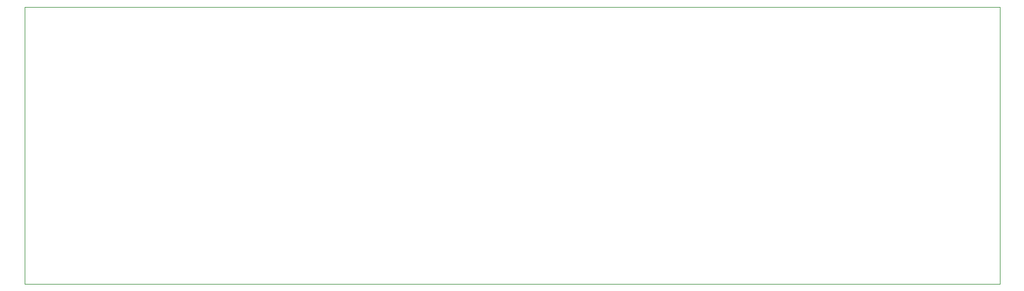
<source format=gko>
G04 Layer_Color=16711935*
%FSLAX24Y24*%
%MOIN*%
G70*
G01*
G75*
%ADD95C,0.0004*%
D95*
X0Y0D02*
Y15748D01*
X55315Y15748D01*
Y0D02*
Y15748D01*
X0Y0D02*
X55315D01*
M02*

</source>
